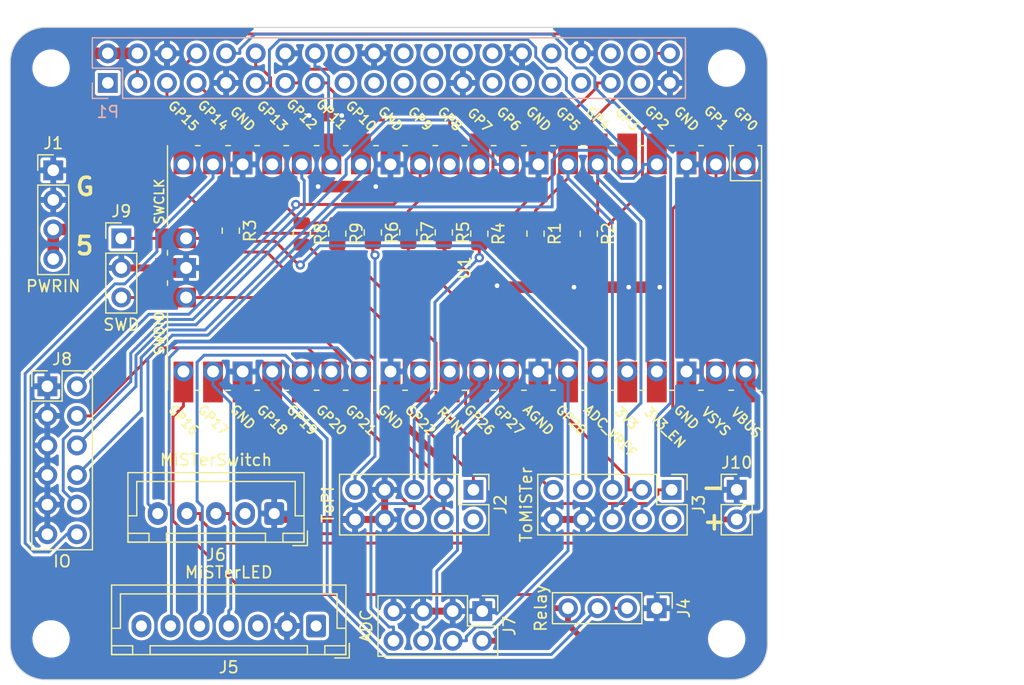
<source format=kicad_pcb>
(kicad_pcb (version 20221018) (generator pcbnew)
  (layers (0 "F.Cu" signal) (31 "B.Cu" signal) (34 "B.Paste" user) (35 "F.Paste" user) (36 "B.SilkS" user "B.Silkscreen") (37 "F.SilkS" user "F.Silkscreen") (38 "B.Mask" user) (39 "F.Mask" user) (44 "Edge.Cuts" user))
  (net 0 "")
  (net 1 "GND")
  (net 2 "/PWR")
  (net 3 "Net-(J2-Pin_9)")
  (net 4 "Net-(J2-Pin_5)")
  (net 5 "/SWCLK")
  (net 7 "/SWDIO")
  (net 8 "Net-(J2-Pin_1)")
  (net 9 "Net-(J3-Pin_9)")
  (net 10 "Net-(J3-Pin_3)")
  (net 12 "/RXD")
  (net 13 "/SCL")
  (net 14 "/SDA")
  (net 15 "/TXD")
  (net 16 "Net-(J3-Pin_1)")
  (net 17 "/RELAY1")
  (net 18 "/RELAY2")
  (net 19 "/VBUS")
  (net 22 "/LED_USER")
  (net 23 "/LED_DISK")
  (net 24 "/LED_PWR")
  (net 27 "/BTN_RESET")
  (net 28 "/BTN_OSD")
  (net 29 "/BTN_USER")
  (net 30 "/ADC2")
  (net 31 "/ADC1")
  (net 32 "/ADC0")
  (net 33 "/PWMIN1")
  (net 34 "/OUT1")
  (net 35 "/PWMOUT1")
  (net 36 "/PWMOUT2")
  (net 37 "/PWMOUT3")
  (net 38 "/PWMOUT4")
  (net 40 "Net-(P1-Pin_3)")
  (net 41 "Net-(P1-Pin_5)")
  (net 42 "Net-(P1-Pin_8)")
  (net 45 "/BTN1")
  (net 46 "/PCM_CLK")
  (net 47 "/BTN2")
  (net 60 "/PCM_FS")
  (net 64 "/PCM_DOUT")
  (net 65 "/BTN3")
  (net 66 "/BTN4")
  (net 67 "/BTN5")
  (net 69 "/OUT2")
  (footprint "Resistor_SMD:R_0805_2012Metric" (layer "F.Cu") (at 203.708 75.5415 -90)
    (fp_text reference "R3")
    (fp_text value "100")
  )
  (footprint "Connector_PinHeader_2.54mm:PinHeader_1x04_P2.54mm_Vertical" (layer "F.Cu") (at 188.468 70.358)
    (fp_text reference "J1")
    (fp_text value "PWRIN")
  )
  (footprint "Resistor_SMD:R_0805_2012Metric" (layer "F.Cu") (at 218.948 75.692 -90)
    (fp_text reference "R7")
    (fp_text value "47")
  )
  (footprint "MountingHole:MountingHole_2.7mm_M2.5" (layer "F.Cu") (at 188.28 61.585)
    (fp_text reference "MH1" hide)
    (fp_text value "MountingHole_2.7mm_M2.5" hide)
  )
  (footprint "Resistor_SMD:R_0805_2012Metric" (layer "F.Cu") (at 234.442 75.804 -90)
    (fp_text reference "R2")
    (fp_text value "100")
  )
  (footprint "Resistor_SMD:R_0805_2012Metric" (layer "F.Cu") (at 225.044 75.7955 -90)
    (fp_text reference "R4")
    (fp_text value "47")
  )
  (footprint "Connector_PinHeader_2.54mm:PinHeader_2x05_P2.54mm_Vertical" (layer "F.Cu") (at 224.536 97.79 -90)
    (fp_text reference "J2")
    (fp_text value "ToPi")
  )
  (footprint "Connector_PinHeader_2.54mm:PinHeader_2x04_P2.54mm_Vertical" (layer "F.Cu") (at 225.298 108.204 -90)
    (fp_text reference "J7")
    (fp_text value "ADC")
  )
  (footprint "Connector_PinHeader_2.54mm:PinHeader_2x05_P2.54mm_Vertical" (layer "F.Cu") (at 241.554 97.79 -90)
    (fp_text reference "J3")
    (fp_text value "ToMiSTer")
  )
  (footprint "Resistor_SMD:R_0805_2012Metric" (layer "F.Cu") (at 215.9 75.692 -90)
    (fp_text reference "R6")
    (fp_text value "47")
  )
  (footprint "Connector_PinHeader_2.54mm:PinHeader_1x03_P2.54mm_Vertical" (layer "F.Cu") (at 194.31 76.2)
    (fp_text reference "J9")
    (fp_text value "SWD")
  )
  (footprint "Connector_JST:JST_XH_B5B-XH-A_1x05_P2.50mm_Vertical" (layer "F.Cu") (at 207.438 99.822 180)
    (fp_text reference "J6")
    (fp_text value "MiSTerSwitch")
  )
  (footprint "MCU_RaspberryPi_and_Boards:RPi_Pico_SMD_TH_LOCAL" (layer "F.Cu") (at 223.774 78.74 -90)
    (fp_text reference "U1")
    (fp_text value "Pico")
  )
  (footprint "Connector_JST:JST_XH_B7B-XH-A_1x07_P2.50mm_Vertical" (layer "F.Cu") (at 211.034 109.474 180)
    (fp_text reference "J5")
    (fp_text value "MiSTerLED")
  )
  (footprint "Resistor_SMD:R_0805_2012Metric" (layer "F.Cu") (at 229.87 75.7955 -90)
    (fp_text reference "R1")
    (fp_text value "100")
  )
  (footprint "Resistor_SMD:R_0805_2012Metric" (layer "F.Cu") (at 212.852 75.7955 -90)
    (fp_text reference "R9")
    (fp_text value "47")
  )
  (footprint "Connector_PinHeader_2.54mm:PinHeader_1x04_P2.54mm_Vertical" (layer "F.Cu") (at 240.274 107.95 -90)
    (fp_text reference "J4")
    (fp_text value "Relay")
  )
  (footprint "MountingHole:MountingHole_2.7mm_M2.5" (layer "F.Cu") (at 188.28 110.585)
    (fp_text reference "MH3" hide)
    (fp_text value "MountingHole_2.7mm_M2.5" hide)
  )
  (footprint "Resistor_SMD:R_0805_2012Metric" (layer "F.Cu") (at 221.996 75.692 -90)
    (fp_text reference "R5")
    (fp_text value "47")
  )
  (footprint "Connector_PinHeader_2.54mm:PinHeader_1x02_P2.54mm_Vertical" (layer "F.Cu") (at 247.142 97.785)
    (fp_text reference "J10")
    (fp_text value "VBUS")
  )
  (footprint "Resistor_SMD:R_0805_2012Metric" (layer "F.Cu") (at 209.804 75.819 -90)
    (fp_text reference "R8")
    (fp_text value "47")
  )
  (footprint "MountingHole:MountingHole_2.7mm_M2.5" (layer "F.Cu") (at 246.28 110.585)
    (fp_text reference "MH4" hide)
    (fp_text value "MountingHole_2.7mm_M2.5" hide)
  )
  (footprint "MountingHole:MountingHole_2.7mm_M2.5" (layer "F.Cu") (at 246.28 61.585)
    (fp_text reference "MH2" hide)
    (fp_text value "MountingHole_2.7mm_M2.5" hide)
  )
  (footprint "Connector_PinHeader_2.54mm:PinHeader_2x06_P2.54mm_Vertical" (layer "F.Cu") (at 187.96 88.9)
    (fp_text reference "J8")
    (fp_text value "IO")
  )
  (footprint "Connector_PinSocket_2.54mm:PinSocket_2x20_P2.54mm_Vertical" (layer "B.Cu") (at 193.15 62.855 -90)
    (fp_text reference "P1")
    (fp_text value "~")
  )
  (gr_line (start 249.78 111.085) (end 249.78 61.085) (stroke (width 0.1)) (layer "Edge.Cuts"))
  (gr_line (start 246.78 58.085) (end 187.78 58.085) (stroke (width 0.1)) (layer "Edge.Cuts"))
  (gr_arc (start 187.78 114.085) (mid 185.65868 113.20632) (end 184.78 111.085) (stroke (width 0.1)) (layer "Edge.Cuts"))
  (gr_line (start 184.78 95.085) (end 184.78 111.085) (stroke (width 0.1)) (layer "Edge.Cuts"))
  (gr_arc (start 246.78 58.085) (mid 248.90132 58.96368) (end 249.78 61.085) (stroke (width 0.1)) (layer "Edge.Cuts"))
  (gr_arc (start 249.78 111.085) (mid 248.90132 113.20632) (end 246.78 114.085) (stroke (width 0.1)) (layer "Edge.Cuts"))
  (gr_line (start 184.78 61.085) (end 184.78 77.085) (stroke (width 0.1)) (layer "Edge.Cuts"))
  (gr_arc (start 184.78 61.085) (mid 185.65868 58.96368) (end 187.78 58.085) (stroke (width 0.1)) (layer "Edge.Cuts"))
  (gr_line (start 184.78 77.085) (end 184.78 95.085) (stroke (width 0.1)) (layer "Edge.Cuts"))
  (gr_line (start 187.78 114.085) (end 246.78 114.085) (stroke (width 0.1)) (layer "Edge.Cuts"))
  (gr_text "5" (at 190.246 77.724) (layer "F.SilkS") (effects (font (size 1.5 1.5) (thickness 0.3) bold) (justify left bottom)))
  (gr_text "G" (at 190.246 72.644) (layer "F.SilkS") (effects (font (size 1.5 1.5) (thickness 0.3) bold) (justify left bottom)))
  (gr_text "+" (at 244.094 101.346) (layer "F.SilkS") (effects (font (size 1.5 1.5) (thickness 0.3) bold) (justify left bottom)))
  (gr_text "-" (at 243.967 98.425) (layer "F.SilkS") (effects (font (size 1.5 1.5) (thickness 0.3) bold) (justify left bottom)))
  (segment (start 233.172 80.391) (end 237.871 80.391) (width 1) (layer "F.Cu") (net 1))
  (segment (start 237.871 80.391) (end 240.538 80.391) (width 1) (layer "F.Cu") (net 1))
  (segment (start 216.916 97.79) (end 216.916 100.33) (width 0.6) (layer "F.Cu") (net 1))
  (segment (start 194.31 78.74) (end 199.874 78.74) (width 0.6) (layer "F.Cu") (net 1))
  (segment (start 207.438 99.822) (end 207.946 100.33) (width 0.25) (layer "F.Cu") (net 1))
  (segment (start 221.996 97.79) (end 221.996 95.504) (width 0.6) (layer "F.Cu") (net 1))
  (segment (start 216.154 71.755) (end 211.201002 71.755) (width 1) (layer "F.Cu") (net 1))
  (segment (start 226.822 80.391) (end 226.695 80.391) (width 1) (layer "F.Cu") (net 1))
  (segment (start 214.376 100.33) (end 216.916 100.33) (width 0.6) (layer "F.Cu") (net 1))
  (segment (start 217.424 90.932) (end 217.424 87.63) (width 0.6) (layer "F.Cu") (net 1))
  (segment (start 220.218 108.204) (end 222.758 108.204) (width 0.6) (layer "F.Cu") (net 1))
  (segment (start 221.996 95.504) (end 217.424 90.932) (width 0.6) (layer "F.Cu") (net 1))
  (segment (start 226.695 80.391) (end 226.568 80.264) (width 1) (layer "F.Cu") (net 1))
  (segment (start 211.201002 71.755) (end 211.201001 71.755001) (width 0.25) (layer "F.Cu") (net 1))
  (segment (start 210.439 65.659) (end 213.233 65.659) (width 1) (layer "F.Cu") (net 1))
  (segment (start 226.949 80.391) (end 233.172 80.391) (width 1) (layer "F.Cu") (net 1))
  (segment (start 231.394 100.33) (end 233.934 100.33) (width 0.6) (layer "F.Cu") (net 1))
  (segment (start 207.946 100.33) (end 214.376 100.33) (width 0.6) (layer "F.Cu") (net 1))
  (segment (start 226.568 80.264) (end 226.949 80.391) (width 1) (layer "F.Cu") (net 1))
  (via (at 237.871 80.391) (size 0.8) (drill 0.4) (layers "F.Cu" "B.Cu") (net 1))
  (via (at 211.201001 71.755001) (size 0.8) (drill 0.4) (layers "F.Cu" "B.Cu") (net 1))
  (via (at 216.154 71.755) (size 0.8) (drill 0.4) (layers "F.Cu" "B.Cu") (net 1))
  (via (at 210.439 65.659) (size 0.8) (drill 0.4) (layers "F.Cu" "B.Cu") (net 1))
  (via (at 233.172 80.391) (size 0.8) (drill 0.4) (layers "F.Cu" "B.Cu") (net 1))
  (via (at 213.233 65.659) (size 0.8) (drill 0.4) (layers "F.Cu" "B.Cu") (net 1))
  (via (at 226.568 80.264) (size 0.8) (drill 0.4) (layers "F.Cu" "B.Cu") (net 1))
  (via (at 240.538 80.391) (size 0.8) (drill 0.4) (layers "F.Cu" "B.Cu") (net 1))
  (segment (start 189.738 75.438) (end 188.468 75.438) (width 1) (layer "F.Cu") (net 2))
  (segment (start 190.754 74.422) (end 189.738 75.438) (width 1) (layer "F.Cu") (net 2))
  (segment (start 188.468 77.978) (end 188.468 75.438) (width 1) (layer "F.Cu") (net 2))
  (segment (start 195.69 60.315) (end 193.15 60.315) (width 1) (layer "F.Cu") (net 2))
  (segment (start 190.754 60.315) (end 190.754 74.422) (width 1) (layer "F.Cu") (net 2))
  (segment (start 193.15 60.315) (end 190.754 60.315) (width 1) (layer "F.Cu") (net 2))
  (segment (start 215.9 77.4409) (end 216.0893 77.6302) (width 0.25) (layer "F.Cu") (net 3))
  (segment (start 215.9 76.6045) (end 215.9 77.4409) (width 0.25) (layer "F.Cu") (net 3))
  (via (at 216.0893 77.6302) (size 0.8) (drill 0.4) (layers "F.Cu" "B.Cu") (net 3))
  (segment (start 214.376 97.79) (end 214.376 96.6149) (width 0.25) (layer "B.Cu") (net 3))
  (segment (start 214.376 96.6149) (end 216.0893 94.9016) (width 0.25) (layer "B.Cu") (net 3))
  (segment (start 216.0893 94.9016) (end 216.0893 77.6302) (width 0.25) (layer "B.Cu") (net 3))
  (segment (start 225.044 77.8619) (end 225.044 76.708) (width 0.25) (layer "F.Cu") (net 4))
  (via (at 225.044 77.8619) (size 0.8) (drill 0.4) (layers "F.Cu" "B.Cu") (net 4))
  (segment (start 219.456 97.79) (end 219.456 90.8925) (width 0.25) (layer "B.Cu") (net 4))
  (segment (start 221.234 89.1145) (end 221.234 81.6719) (width 0.25) (layer "B.Cu") (net 4))
  (segment (start 219.456 90.8925) (end 221.234 89.1145) (width 0.25) (layer "B.Cu") (net 4))
  (segment (start 221.234 81.6719) (end 225.044 77.8619) (width 0.25) (layer "B.Cu") (net 4))
  (segment (start 202.2242 77.3751) (end 206.804 77.3751) (width 0.25) (layer "F.Cu") (net 5))
  (segment (start 216.0592 91.2183) (end 220.726 95.8851) (width 0.25) (layer "F.Cu") (net 5))
  (segment (start 220.726 98.2502) (end 221.6307 99.1549) (width 0.25) (layer "F.Cu") (net 5))
  (segment (start 206.804 77.3751) (end 216.0592 86.6303) (width 0.25) (layer "F.Cu") (net 5))
  (segment (start 201.0491 76.2) (end 202.2242 77.3751) (width 0.25) (layer "F.Cu") (net 5))
  (segment (start 194.31 76.2) (end 199.874 76.2) (width 0.25) (layer "F.Cu") (net 5))
  (segment (start 221.6307 99.1549) (end 221.996 99.1549) (width 0.25) (layer "F.Cu") (net 5))
  (segment (start 220.726 95.8851) (end 220.726 98.2502) (width 0.25) (layer "F.Cu") (net 5))
  (segment (start 216.0592 86.6303) (end 216.0592 91.2183) (width 0.25) (layer "F.Cu") (net 5))
  (segment (start 221.996 100.33) (end 221.996 99.1549) (width 0.25) (layer "F.Cu") (net 5))
  (segment (start 199.874 76.2) (end 201.0491 76.2) (width 0.25) (layer "F.Cu") (net 5))
  (segment (start 219.0907 99.1549) (end 219.456 99.1549) (width 0.25) (layer "F.Cu") (net 7))
  (segment (start 218.186 98.2502) (end 219.0907 99.1549) (width 0.25) (layer "F.Cu") (net 7))
  (segment (start 213.5192 86.6266) (end 213.5192 90.5931) (width 0.25) (layer "F.Cu") (net 7))
  (segment (start 219.456 100.33) (end 219.456 99.1549) (width 0.25) (layer "F.Cu") (net 7))
  (segment (start 194.31 81.28) (end 199.874 81.28) (width 0.25) (layer "F.Cu") (net 7))
  (segment (start 199.874 81.28) (end 208.1726 81.28) (width 0.25) (layer "F.Cu") (net 7))
  (segment (start 208.1726 81.28) (end 213.5192 86.6266) (width 0.25) (layer "F.Cu") (net 7))
  (segment (start 213.5192 90.5931) (end 218.186 95.2599) (width 0.25) (layer "F.Cu") (net 7))
  (segment (start 218.186 95.2599) (end 218.186 98.2502) (width 0.25) (layer "F.Cu") (net 7))
  (segment (start 218.5992 85.1018) (end 218.5992 90.6781) (width 0.25) (layer "F.Cu") (net 8))
  (segment (start 209.804 76.7315) (end 210.2289 76.7315) (width 0.25) (layer "F.Cu") (net 8))
  (segment (start 218.5992 90.6781) (end 224.536 96.6149) (width 0.25) (layer "F.Cu") (net 8))
  (segment (start 224.536 96.6149) (end 224.536 97.79) (width 0.25) (layer "F.Cu") (net 8))
  (segment (start 210.2289 76.7315) (end 218.5992 85.1018) (width 0.25) (layer "F.Cu") (net 8))
  (segment (start 223.8689 90.4146) (end 231.2443 97.79) (width 0.25) (layer "F.Cu") (net 9))
  (segment (start 223.8689 82.1369) (end 223.8689 90.4146) (width 0.25) (layer "F.Cu") (net 9))
  (segment (start 231.2443 97.79) (end 231.394 97.79) (width 0.25) (layer "F.Cu") (net 9))
  (segment (start 218.948 76.6045) (end 218.948 77.216) (width 0.25) (layer "F.Cu") (net 9))
  (segment (start 218.948 77.216) (end 223.8689 82.1369) (width 0.25) (layer "F.Cu") (net 9))
  (segment (start 221.996 76.6045) (end 221.996 77.1125) (width 0.25) (layer "F.Cu") (net 10))
  (segment (start 237.8389 96.8155) (end 237.8389 97.79) (width 0.25) (layer "F.Cu") (net 10))
  (segment (start 231.3418 86.4583) (end 231.3418 90.3184) (width 0.25) (layer "F.Cu") (net 10))
  (segment (start 221.996 77.1125) (end 231.3418 86.4583) (width 0.25) (layer "F.Cu") (net 10))
  (segment (start 231.3418 90.3184) (end 237.8389 96.8155) (width 0.25) (layer "F.Cu") (net 10))
  (segment (start 237.8389 97.79) (end 239.014 97.79) (width 0.25) (layer "F.Cu") (net 10))
  (segment (start 240.1891 98.3471) (end 240.1891 91.6103) (width 0.25) (layer "B.Cu") (net 12))
  (segment (start 204.4851 59.9497) (end 204.4851 60.315) (width 0.25) (layer "B.Cu") (net 12))
  (segment (start 205.7615 58.6733) (end 204.4851 59.9497) (width 0.25) (layer "B.Cu") (net 12))
  (segment (start 234.9652 63.2455) (end 234.9652 62.3293) (width 0.25) (layer "B.Cu") (net 12))
  (segment (start 239.014 100.33) (end 239.014 99.1549) (width 0.25) (layer "B.Cu") (net 12))
  (segment (start 241.4691 90.3303) (end 241.4691 69.3541) (width 0.25) (layer "B.Cu") (net 12))
  (segment (start 234.2065 61.5706) (end 233.352 61.5706) (width 0.25) (layer "B.Cu") (net 12))
  (segment (start 239.014 99.1549) (end 239.3813 99.1549) (width 0.25) (layer "B.Cu") (net 12))
  (segment (start 240.1891 91.6103) (end 241.4691 90.3303) (width 0.25) (layer "B.Cu") (net 12))
  (segment (start 236.6408 64.5258) (end 236.2455 64.5258) (width 0.25) (layer "B.Cu") (net 12))
  (segment (start 241.4691 69.3541) (end 236.6408 64.5258) (width 0.25) (layer "B.Cu") (net 12))
  (segment (start 239.3813 99.1549) (end 240.1891 98.3471) (width 0.25) (layer "B.Cu") (net 12))
  (segment (start 203.31 60.315) (end 204.4851 60.315) (width 0.25) (layer "B.Cu") (net 12))
  (segment (start 234.9652 62.3293) (end 234.2065 61.5706) (width 0.25) (layer "B.Cu") (net 12))
  (segment (start 236.2455 64.5258) (end 234.9652 63.2455) (width 0.25) (layer "B.Cu") (net 12))
  (segment (start 232.52 60.7386) (end 232.52 59.9101) (width 0.25) (layer "B.Cu") (net 12))
  (segment (start 232.52 59.9101) (end 231.2832 58.6733) (width 0.25) (layer "B.Cu") (net 12))
  (segment (start 233.352 61.5706) (end 232.52 60.7386) (width 0.25) (layer "B.Cu") (net 12))
  (segment (start 231.2832 58.6733) (end 205.7615 58.6733) (width 0.25) (layer "B.Cu") (net 12))
  (segment (start 232.664 69.85) (end 232.664 71.0251) (width 0.25) (layer "F.Cu") (net 13))
  (segment (start 229.87 73.8191) (end 229.87 74.883) (width 0.25) (layer "F.Cu") (net 13))
  (segment (start 232.664 71.0251) (end 229.87 73.8191) (width 0.25) (layer "F.Cu") (net 13))
  (segment (start 236.474 97.79) (end 236.474 74.8351) (width 0.25) (layer "B.Cu") (net 13))
  (segment (start 232.664 69.85) (end 232.664 71.0251) (width 0.25) (layer "B.Cu") (net 13))
  (segment (start 236.474 74.8351) (end 232.664 71.0251) (width 0.25) (layer "B.Cu") (net 13))
  (segment (start 235.204 74.1295) (end 235.204 69.85) (width 0.25) (layer "F.Cu") (net 14))
  (segment (start 234.442 74.8915) (end 235.204 74.1295) (width 0.25) (layer "F.Cu") (net 14))
  (segment (start 238.9206 90.3388) (end 238.9206 74.7417) (width 0.25) (layer "B.Cu") (net 14))
  (segment (start 236.8413 99.1549) (end 237.6491 98.3471) (width 0.25) (layer "B.Cu") (net 14))
  (segment (start 237.6491 91.6103) (end 238.9206 90.3388) (width 0.25) (layer "B.Cu") (net 14))
  (segment (start 235.204 69.85) (end 235.204 71.0251) (width 0.25) (layer "B.Cu") (net 14))
  (segment (start 238.9206 74.7417) (end 235.204 71.0251) (width 0.25) (layer "B.Cu") (net 14))
  (segment (start 237.6491 98.3471) (end 237.6491 91.6103) (width 0.25) (layer "B.Cu") (net 14))
  (segment (start 236.474 99.1549) (end 236.8413 99.1549) (width 0.25) (layer "B.Cu") (net 14))
  (segment (start 236.474 100.33) (end 236.474 99.1549) (width 0.25) (layer "B.Cu") (net 14))
  (segment (start 207.518 76.454) (end 203.708 76.454) (width 0.25) (layer "F.Cu") (net 15))
  (segment (start 209.677 78.486) (end 209.55 78.486) (width 0.25) (layer "F.Cu") (net 15))
  (segment (start 209.55 78.486) (end 207.518 76.454) (width 0.25) (layer "F.Cu") (net 15))
  (via (at 209.677 78.486) (size 0.8) (drill 0.4) (layers "F.Cu" "B.Cu") (net 15))
  (segment (start 211.328 76.835) (end 225.0495 76.835) (width 0.25) (layer "B.Cu") (net 15))
  (segment (start 233.934 85.7195) (end 225.0495 76.835) (width 0.25) (layer "B.Cu") (net 15))
  (segment (start 209.677 78.486) (end 211.328 76.835) (width 0.25) (layer "B.Cu") (net 15))
  (segment (start 233.934 97.79) (end 233.934 85.7195) (width 0.25) (layer "B.Cu") (net 15))
  (segment (start 240.3789 98.1573) (end 240.3789 97.79) (width 0.25) (layer "F.Cu") (net 16))
  (segment (start 229.8794 98.9651) (end 239.5711 98.9651) (width 0.25) (layer "F.Cu") (net 16))
  (segment (start 241.554 97.79) (end 240.3789 97.79) (width 0.25) (layer "F.Cu") (net 16))
  (segment (start 221.3289 85.1849) (end 221.3289 90.4146) (width 0.25) (layer "F.Cu") (net 16))
  (segment (start 239.5711 98.9651) (end 240.3789 98.1573) (width 0.25) (layer "F.Cu") (net 16))
  (segment (start 212.852 76.708) (end 221.3289 85.1849) (width 0.25) (layer "F.Cu") (net 16))
  (segment (start 221.3289 90.4146) (end 229.8794 98.9651) (width 0.25) (layer "F.Cu") (net 16))
  (segment (start 205.0841 106.7749) (end 198.7477 100.4385) (width 0.25) (layer "F.Cu") (net 17))
  (segment (start 198.7477 100.4385) (end 198.7477 91.5014) (width 0.25) (layer "F.Cu") (net 17))
  (segment (start 236.5589 107.5827) (end 235.7511 106.7749) (width 0.25) (layer "F.Cu") (net 17))
  (segment (start 237.734 107.95) (end 236.5589 107.95) (width 0.25) (layer "F.Cu") (net 17))
  (segment (start 236.5589 107.95) (end 236.5589 107.5827) (width 0.25) (layer "F.Cu") (net 17))
  (segment (start 198.7477 91.5014) (end 199.644 90.6051) (width 0.25) (layer "F.Cu") (net 17))
  (segment (start 199.644 87.63) (end 199.644 90.6051) (width 0.25) (layer "F.Cu") (net 17))
  (segment (start 235.7511 106.7749) (end 205.0841 106.7749) (width 0.25) (layer "F.Cu") (net 17))
  (segment (start 211.9832 93.39651) (end 207.264 88.67731) (width 0.25) (layer "B.Cu") (net 18))
  (segment (start 207.264 88.67731) (end 207.264 87.63) (width 0.25) (layer "B.Cu") (net 18))
  (segment (start 231.2236 111.9204) (end 217.18 111.9204) (width 0.25) (layer "B.Cu") (net 18))
  (segment (start 235.194 107.95) (end 231.2236 111.9204) (width 0.25) (layer "B.Cu") (net 18))
  (segment (start 211.9832 106.7236) (end 211.9832 93.39651) (width 0.25) (layer "B.Cu") (net 18))
  (segment (start 217.18 111.9204) (end 211.9832 106.7236) (width 0.25) (layer "B.Cu") (net 18))
  (segment (start 232.654 109.337) (end 233.68 110.363) (width 0.5) (layer "F.Cu") (net 19))
  (segment (start 225.298 110.744) (end 226.4731 110.744) (width 0.5) (layer "F.Cu") (net 19))
  (segment (start 242.316 103.7434) (end 245.7344 100.325) (width 0.5) (layer "F.Cu") (net 19))
  (segment (start 241.427 110.363) (end 242.316 109.474) (width 0.5) (layer "F.Cu") (net 19))
  (segment (start 245.7344 100.325) (end 247.142 100.325) (width 0.5) (layer "F.Cu") (net 19))
  (segment (start 242.316 109.474) (end 242.316 103.7434) (width 0.5) (layer "F.Cu") (net 19))
  (segment (start 233.68 110.363) (end 241.427 110.363) (width 0.5) (layer "F.Cu") (net 19))
  (segment (start 226.4731 110.744) (end 229.2671 107.95) (width 0.5) (layer "F.Cu") (net 19))
  (segment (start 232.654 107.95) (end 232.654 109.337) (width 0.5) (layer "F.Cu") (net 19))
  (segment (start 229.2671 107.95) (end 232.654 107.95) (width 0.5) (layer "F.Cu") (net 19))
  (segment (start 248.92 89.8211) (end 248.92 99.314) (width 0.5) (layer "B.Cu") (net 19))
  (segment (start 248.3172 89.2183) (end 248.92 89.8211) (width 0.5) (layer "B.Cu") (net 19))
  (segment (start 248.92 99.314) (end 248.153 99.314) (width 0.5) (layer "B.Cu") (net 19))
  (segment (start 247.904 87.63) (end 247.904 88.8051) (width 0.25) (layer "B.Cu") (net 19))
  (segment (start 248.153 99.314) (end 247.142 100.325) (width 0.5) (layer "B.Cu") (net 19))
  (segment (start 247.904 88.8051) (end 248.3172 89.2183) (width 0.25) (layer "B.Cu") (net 19))
  (segment (start 203.534 109.474) (end 203.534 108.1739) (width 0.25) (layer "B.Cu") (net 22))
  (segment (start 202.184 88.8051) (end 202.184 87.63) (width 0.25) (layer "B.Cu") (net 22))
  (segment (start 203.708 90.3291) (end 202.184 88.8051) (width 0.25) (layer "B.Cu") (net 22))
  (segment (start 203.708 107.9999) (end 203.708 90.3291) (width 0.25) (layer "B.Cu") (net 22))
  (segment (start 203.534 108.1739) (end 203.708 107.9999) (width 0.25) (layer "B.Cu") (net 22))
  (segment (start 208.407 86.233) (end 209.804 87.63) (width 0.25) (layer "B.Cu") (net 23))
  (segment (start 201.263 108.27) (end 201.263 99.210299) (width 0.25) (layer "B.Cu") (net 23))
  (segment (start 201.263 99.210299) (end 200.819 98.766299) (width 0.25) (layer "B.Cu") (net 23))
  (segment (start 200.819 98.766299) (end 200.819 86.836) (width 0.25) (layer "B.Cu") (net 23))
  (segment (start 201.422 86.233) (end 208.407 86.233) (width 0.25) (layer "B.Cu") (net 23))
  (segment (start 201.034 108.499) (end 201.263 108.27) (width 0.25) (layer "B.Cu") (net 23))
  (segment (start 201.034 109.474) (end 201.034 108.499) (width 0.25) (layer "B.Cu") (net 23))
  (segment (start 200.819 86.836) (end 201.422 86.233) (width 0.25) (layer "B.Cu") (net 23))
  (segment (start 198.613 109.395) (end 198.534 109.474) (width 0.25) (layer "B.Cu") (net 24))
  (segment (start 198.418351 99.01565) (end 198.613 99.210299) (width 0.25) (layer "B.Cu") (net 24))
  (segment (start 198.613 99.210299) (end 198.613 109.395) (width 0.25) (layer "B.Cu") (net 24))
  (segment (start 214.884 87.63) (end 212.852 85.598) (width 0.25) (layer "B.Cu") (net 24))
  (segment (start 198.418351 86.442649) (end 198.418351 99.01565) (width 0.25) (layer "B.Cu") (net 24))
  (segment (start 199.263 85.598) (end 198.418351 86.442649) (width 0.25) (layer "B.Cu") (net 24))
  (segment (start 212.852 85.598) (end 199.263 85.598) (width 0.25) (layer "B.Cu") (net 24))
  (segment (start 202.438 99.822) (end 203.6131 99.822) (width 0.25) (layer "F.Cu") (net 27))
  (segment (start 242.7591 100.7889) (end 242.7591 96.8354) (width 0.25) (layer "F.Cu") (net 27))
  (segment (start 203.6131 99.822) (end 203.6131 100.3361) (width 0.25) (layer "F.Cu") (net 27))
  (segment (start 247.904 69.85) (end 247.904 66.8749) (width 0.25) (layer "F.Cu") (net 27))
  (segment (start 241.9939 101.5541) (end 242.7591 100.7889) (width 0.25) (layer "F.Cu") (net 27))
  (segment (start 242.7591 96.8354) (end 241.6488 95.7251) (width 0.25) (layer "F.Cu") (net 27))
  (segment (start 241.6488 95.7251) (end 241.6488 73.6706) (width 0.25) (layer "F.Cu") (net 27))
  (segment (start 203.6131 100.3361) (end 204.8311 101.5541) (width 0.25) (layer "F.Cu") (net 27))
  (segment (start 241.6488 73.6706) (end 243.9992 71.3202) (width 0.25) (layer "F.Cu") (net 27))
  (segment (start 243.9992 67.2365) (end 244.3608 66.8749) (width 0.25) (layer "F.Cu") (net 27))
  (segment (start 204.8311 101.5541) (end 241.9939 101.5541) (width 0.25) (layer "F.Cu") (net 27))
  (segment (start 244.3608 66.8749) (end 247.904 66.8749) (width 0.25) (layer "F.Cu") (net 27))
  (segment (start 243.9992 71.3202) (end 243.9992 67.2365) (width 0.25) (layer "F.Cu") (net 27))
  (segment (start 203.139 102.362) (end 242.2598 102.362) (width 0.25) (layer "F.Cu") (net 28))
  (segment (start 244.1889 100.4329) (end 244.1889 72.2002) (width 0.25) (layer "F.Cu") (net 28))
  (segment (start 201.1131 100.3361) (end 203.139 102.362) (width 0.25) (layer "F.Cu") (net 28))
  (segment (start 244.1889 72.2002) (end 245.364 71.0251) (width 0.25) (layer "F.Cu") (net 28))
  (segment (start 199.938 99.822) (end 201.1131 99.822) (width 0.25) (layer "F.Cu") (net 28))
  (segment (start 242.2598 102.362) (end 244.1889 100.4329) (width 0.25) (layer "F.Cu") (net 28))
  (segment (start 201.1131 99.822) (end 201.1131 100.3361) (width 0.25) (layer "F.Cu") (net 28))
  (segment (start 245.364 71.0251) (end 245.364 69.85) (width 0.25) (layer "F.Cu") (net 28))
  (segment (start 239.1089 69.85) (end 240.284 69.85) (width 0.25) (layer "B.Cu") (net 29))
  (segment (start 231.2992 73.5008) (end 231.2992 69.5021) (width 0.25) (layer "B.Cu") (net 29))
  (segment (start 239.1089 70.2152) (end 239.1089 69.85) (width 0.25) (layer "B.Cu") (net 29))
  (segment (start 196.596 98.98) (end 196.596 86.741) (width 0.25) (layer "B.Cu") (net 29))
  (segment (start 232.1615 68.6398) (end 235.6674 68.6398) (width 0.25) (layer "B.Cu") (net 29))
  (segment (start 197.290189 85.792811) (end 197.416499 85.792811) (width 0.25) (layer "B.Cu") (net 29))
  (segment (start 236.474 70.2706) (end 237.254 71.0506) (width 0.25) (layer "B.Cu") (net 29))
  (segment (start 238.2735 71.0506) (end 239.1089 70.2152) (width 0.25) (layer "B.Cu") (net 29))
  (segment (start 231.2992 69.5021) (end 232.1615 68.6398) (width 0.25) (layer "B.Cu") (net 29))
  (segment (start 196.469 86.614) (end 197.290189 85.792811) (width 0.25) (layer "B.Cu") (net 29))
  (segment (start 237.254 71.0506) (end 238.2735 71.0506) (width 0.25) (layer "B.Cu") (net 29))
  (segment (start 235.6674 68.6398) (end 236.474 69.4464) (width 0.25) (layer "B.Cu") (net 29))
  (segment (start 212.75651 73.5008) (end 231.2992 73.5008) (width 0.25) (layer "B.Cu") (net 29))
  (segment (start 236.474 69.4464) (end 236.474 70.2706) (width 0.25) (layer "B.Cu") (net 29))
  (segment (start 196.596 86.741) (end 196.469 86.614) (width 0.25) (layer "B.Cu") (net 29))
  (segment (start 201.743811 84.513499) (end 212.75651 73.5008) (width 0.25) (layer "B.Cu") (net 29))
  (segment (start 198.695811 84.513499) (end 201.743811 84.513499) (width 0.25) (layer "B.Cu") (net 29))
  (segment (start 197.416499 85.792811) (end 198.695811 84.513499) (width 0.25) (layer "B.Cu") (net 29))
  (segment (start 197.438 99.822) (end 196.596 98.98) (width 0.25) (layer "B.Cu") (net 29))
  (segment (start 222.758 110.744) (end 223.9331 110.744) (width 0.25) (layer "B.Cu") (net 30))
  (segment (start 223.9331 110.3767) (end 224.7409 109.5689) (width 0.25) (layer "B.Cu") (net 30))
  (segment (start 226.1187 109.5689) (end 232.664 103.0236) (width 0.25) (layer "B.Cu") (net 30))
  (segment (start 224.7409 109.5689) (end 226.1187 109.5689) (width 0.25) (layer "B.Cu") (net 30))
  (segment (start 232.664 103.0236) (end 232.664 87.63) (width 0.25) (layer "B.Cu") (net 30))
  (segment (start 223.9331 110.744) (end 223.9331 110.3767) (width 0.25) (layer "B.Cu") (net 30))
  (segment (start 220.218 110.744) (end 220.218 109.5689) (width 0.25) (layer "B.Cu") (net 31))
  (segment (start 223.1712 102.9754) (end 223.1712 93.2179) (width 0.25) (layer "B.Cu") (net 31))
  (segment (start 223.1712 93.2179) (end 227.584 88.8051) (width 0.25) (layer "B.Cu") (net 31))
  (segment (start 221.3931 108.7611) (end 221.3931 104.7535) (width 0.25) (layer "B.Cu") (net 31))
  (segment (start 220.5853 109.5689) (end 221.3931 108.7611) (width 0.25) (layer "B.Cu") (net 31))
  (segment (start 221.3931 104.7535) (end 223.1712 102.9754) (width 0.25) (layer "B.Cu") (net 31))
  (segment (start 227.584 87.63) (end 227.584 88.8051) (width 0.25) (layer "B.Cu") (net 31))
  (segment (start 220.218 109.5689) (end 220.5853 109.5689) (width 0.25) (layer "B.Cu") (net 31))
  (segment (start 217.3108 109.5689) (end 215.7408 107.9989) (width 0.25) (layer "B.Cu") (net 32))
  (segment (start 215.7408 107.9989) (end 215.7408 99.8154) (width 0.25) (layer "B.Cu") (net 32))
  (segment (start 215.7408 99.8154) (end 216.591 98.9652) (width 0.25) (layer "B.Cu") (net 32))
  (segment (start 225.044 87.63) (end 225.044 88.8051) (width 0.25) (layer "B.Cu") (net 32))
  (segment (start 220.726 93.1231) (end 225.044 88.8051) (width 0.25) (layer "B.Cu") (net 32))
  (segment (start 217.678 110.744) (end 217.678 109.5689) (width 0.25) (layer "B.Cu") (net 32))
  (segment (start 219.9817 98.9652) (end 220.726 98.2209) (width 0.25) (layer "B.Cu") (net 32))
  (segment (start 216.591 98.9652) (end 219.9817 98.9652) (width 0.25) (layer "B.Cu") (net 32))
  (segment (start 220.726 98.2209) (end 220.726 93.1231) (width 0.25) (layer "B.Cu") (net 32))
  (segment (start 217.678 109.5689) (end 217.3108 109.5689) (width 0.25) (layer "B.Cu") (net 32))
  (segment (start 219.964 69.85) (end 219.964 71.0251) (width 0.25) (layer "F.Cu") (net 33))
  (segment (start 209.2893 73.2915) (end 217.6976 73.2915) (width 0.25) (layer "F.Cu") (net 33))
  (segment (start 217.6976 73.2915) (end 219.964 71.0251) (width 0.25) (layer "F.Cu") (net 33))
  (via (at 209.2893 73.2915) (size 0.8) (drill 0.4) (layers "F.Cu" "B.Cu") (net 33))
  (segment (start 190.5 88.9) (end 196.684505 82.715495) (width 0.25) (layer "B.Cu") (net 33))
  (segment (start 209.2893 73.53625) (end 209.2893 73.2915) (width 0.25) (layer "B.Cu") (net 33))
  (segment (start 200.110055 82.715495) (end 209.2893 73.53625) (width 0.25) (layer "B.Cu") (net 33))
  (segment (start 196.684505 82.715495) (end 200.110055 82.715495) (width 0.25) (layer "B.Cu") (net 33))
  (segment (start 210.312 85.598) (end 212.344 87.63) (width 0.25) (layer "F.Cu") (net 34))
  (segment (start 197.5171 85.598) (end 210.312 85.598) (width 0.25) (layer "F.Cu") (net 34))
  (segment (start 190.5 91.44) (end 191.6751 91.44) (width 0.25) (layer "F.Cu") (net 34))
  (segment (start 191.6751 91.44) (end 197.5171 85.598) (width 0.25) (layer "F.Cu") (net 34))
  (segment (start 195.569998 86.241622) (end 195.569998 88.910002) (width 0.25) (layer "B.Cu") (net 35))
  (segment (start 195.569998 88.910002) (end 190.5 93.98) (width 0.25) (layer "B.Cu") (net 35))
  (segment (start 226.4089 69.85) (end 226.4089 69.553199) (width 0.25) (layer "B.Cu") (net 35))
  (segment (start 217.0274 66.04) (end 213.614 69.4534) (width 0.25) (layer "B.Cu") (net 35))
  (segment (start 213.614 70.726919) (end 200.726422 83.614497) (width 0.25) (layer "B.Cu") (net 35))
  (segment (start 200.726422 83.614497) (end 198.197123 83.614497) (width 0.25) (layer "B.Cu") (net 35))
  (segment (start 226.4089 69.553199) (end 222.895701 66.04) (width 0.25) (layer "B.Cu") (net 35))
  (segment (start 213.614 69.4534) (end 213.614 70.726919) (width 0.25) (layer "B.Cu") (net 35))
  (segment (start 227.584 69.85) (end 226.4089 69.85) (width 0.25) (layer "B.Cu") (net 35))
  (segment (start 198.197123 83.614497) (end 195.569998 86.241622) (width 0.25) (layer "B.Cu") (net 35))
  (segment (start 222.895701 66.04) (end 217.0274 66.04) (width 0.25) (layer "B.Cu") (net 35))
  (segment (start 201.503802 84.063998) (end 214.884 70.6838) (width 0.25) (layer "B.Cu") (net 36))
  (segment (start 190.5 96.52) (end 196.019499 91.000501) (width 0.25) (layer "B.Cu") (net 36))
  (segment (start 196.019499 86.427811) (end 198.383312 84.063998) (width 0.25) (layer "B.Cu") (net 36))
  (segment (start 196.019499 91.000501) (end 196.019499 86.427811) (width 0.25) (layer "B.Cu") (net 36))
  (segment (start 214.884 70.6838) (end 214.884 69.85) (width 0.25) (layer "B.Cu") (net 36))
  (segment (start 198.383312 84.063998) (end 201.503802 84.063998) (width 0.25) (layer "B.Cu") (net 36))
  (segment (start 195.120497 86.055433) (end 198.010934 83.164996) (width 0.25) (layer "B.Cu") (net 37))
  (segment (start 189.3248 93.4543) (end 190.0691 92.71) (width 0.25) (layer "B.Cu") (net 37))
  (segment (start 190.9168 92.71) (end 195.120497 88.506303) (width 0.25) (layer "B.Cu") (net 37))
  (segment (start 195.120497 88.506303) (end 195.120497 86.055433) (width 0.25) (layer "B.Cu") (net 37))
  (segment (start 210.0178 71.2389) (end 209.804 71.0251) (width 0.25) (layer "B.Cu") (net 37))
  (segment (start 200.461804 83.164996) (end 210.0178 73.609) (width 0.25) (layer "B.Cu") (net 37))
  (segment (start 190.0691 92.71) (end 190.9168 92.71) (width 0.25) (layer "B.Cu") (net 37))
  (segment (start 209.804 71.0251) (end 209.804 69.85) (width 0.25) (layer "B.Cu") (net 37))
  (segment (start 198.010934 83.164996) (end 200.461804 83.164996) (width 0.25) (layer "B.Cu") (net 37))
  (segment (start 210.0178 73.609) (end 210.0178 71.2389) (width 0.25) (layer "B.Cu") (net 37))
  (segment (start 189.3248 97.8848) (end 189.3248 93.4543) (width 0.25) (layer "B.Cu") (net 37))
  (segment (start 190.5 99.06) (end 189.3248 97.8848) (width 0.25) (layer "B.Cu") (net 37))
  (segment (start 197.3703 77.3417) (end 197.3703 75.8388) (width 0.25) (layer "B.Cu") (net 38))
  (segment (start 194.6072 80.1048) (end 197.3703 77.3417) (width 0.25) (layer "B.Cu") (net 38))
  (segment (start 190.5 101.6) (end 189.621701 101.6) (width 0.25) (layer "B.Cu") (net 38))
  (segment (start 193.7611 80.1048) (end 194.6072 80.1048) (width 0.25) (layer "B.Cu") (net 38))
  (segment (start 186.055 102.362) (end 186.055 87.8109) (width 0.25) (layer "B.Cu") (net 38))
  (segment (start 186.055 87.8109) (end 193.7611 80.1048) (width 0.25) (layer "B.Cu") (net 38))
  (segment (start 186.817 103.124) (end 186.055 102.362) (width 0.25) (layer "B.Cu") (net 38))
  (segment (start 202.184 71.0251) (end 202.184 69.85) (width 0.25) (layer "B.Cu") (net 38))
  (segment (start 188.097701 103.124) (end 186.817 103.124) (width 0.25) (layer "B.Cu") (net 38))
  (segment (start 197.3703 75.8388) (end 202.184 71.0251) (width 0.25) (layer "B.Cu") (net 38))
  (segment (start 189.621701 101.6) (end 188.097701 103.124) (width 0.25) (layer "B.Cu") (net 38))
  (segment (start 242.6292 63.2978) (end 242.6292 59.8519) (width 0.25) (layer "F.Cu") (net 40))
  (segment (start 196.0552 61.6799) (end 195.69 61.6799) (width 0.25) (layer "F.Cu") (net 40))
  (segment (start 196.96 59.8571) (end 196.96 60.7751) (width 0.25) (layer "F.Cu") (net 40))
  (segment (start 196.96 60.7751) (end 196.0552 61.6799) (width 0.25) (layer "F.Cu") (net 40))
  (segment (start 239.0522 66.8748) (end 242.6292 63.2978) (width 0.25) (layer "F.Cu") (net 40))
  (segment (start 198.1654 58.6517) (end 196.96 59.8571) (width 0.25) (layer "F.Cu") (net 40))
  (segment (start 234.442 76.7165) (end 239.0522 72.1063) (width 0.25) (layer "F.Cu") (net 40))
  (segment (start 241.429 58.6517) (end 198.1654 58.6517) (width 0.25) (layer "F.Cu") (net 40))
  (segment (start 195.69 62.855) (end 195.69 61.6799) (width 0.25) (layer "F.Cu") (net 40))
  (segment (start 239.0522 72.1063) (end 239.0522 66.8748) (width 0.25) (layer "F.Cu") (net 40))
  (segment (start 242.6292 59.8519) (end 241.429 58.6517) (width 0.25) (layer "F.Cu") (net 40))
  (segment (start 198.23 70.7019) (end 202.9957 75.4676) (width 0.25) (layer "F.Cu") (net 41))
  (segment (start 229.87 76.708) (end 229.0445 75.8825) (width 0.25) (layer "F.Cu") (net 41))
  (segment (start 198.23 62.855) (end 198.23 70.7019) (width 0.25) (layer "F.Cu") (net 41))
  (segment (start 228.9278 75.7658) (end 229.0445 75.8825) (width 0.25) (layer "F.Cu") (net 41))
  (segment (start 204.7783 75.7658) (end 228.9278 75.7658) (width 0.25) (layer "F.Cu") (net 41))
  (segment (start 204.4801 75.4676) (end 204.7783 75.7658) (width 0.25) (layer "F.Cu") (net 41))
  (segment (start 202.9957 75.4676) (end 204.4801 75.4676) (width 0.25) (layer "F.Cu") (net 41))
  (segment (start 203.708 74.629) (end 203.5488 74.4698) (width 0.25) (layer "F.Cu") (net 42))
  (segment (start 203.5488 66.5882) (end 202.0843 65.1237) (width 0.25) (layer "F.Cu") (net 42))
  (segment (start 199.517 61.568) (end 200.77 60.315) (width 0.25) (layer "F.Cu") (net 42))
  (segment (start 199.517 63.453701) (end 199.517 61.568) (width 0.25) (layer "F.Cu") (net 42))
  (segment (start 203.5488 74.4698) (end 203.5488 66.5882) (width 0.25) (layer "F.Cu") (net 42))
  (segment (start 202.0843 65.1237) (end 201.186999 65.1237) (width 0.25) (layer "F.Cu") (net 42))
  (segment (start 201.186999 65.1237) (end 199.517 63.453701) (width 0.25) (layer "F.Cu") (net 42))
  (segment (start 207.0251 62.855) (end 207.0251 60.018198) (width 0.25) (layer "B.Cu") (net 45))
  (segment (start 229.8851 60.6142) (end 230.87 61.5991) (width 0.25) (layer "B.Cu") (net 45))
  (segment (start 207.0251 60.018198) (end 207.903299 59.14) (width 0.25) (layer "B.Cu") (net 45))
  (segment (start 210.693 59.1379) (end 229.2068 59.1379) (width 0.25) (layer "B.Cu") (net 45))
  (segment (start 205.85 62.855) (end 207.0251 62.855) (width 0.25) (layer "B.Cu") (net 45))
  (segment (start 229.8851 59.8162) (end 229.8851 60.6142) (width 0.25) (layer "B.Cu") (net 45))
  (segment (start 231.6879 61.5991) (end 232.52 62.4312) (width 0.25) (layer "B.Cu") (net 45))
  (segment (start 207.903299 59.14) (end 210.6909 59.14) (width 0.25) (layer "B.Cu") (net 45))
  (segment (start 210.6909 59.14) (end 210.693 59.1379) (width 0.25) (layer "B.Cu") (net 45))
  (segment (start 230.87 61.5991) (end 231.6879 61.5991) (width 0.25) (layer "B.Cu") (net 45))
  (segment (start 232.52 63.4509) (end 237.744 68.6749) (width 0.25) (layer "B.Cu") (net 45))
  (segment (start 229.2068 59.1379) (end 229.8851 59.8162) (width 0.25) (layer "B.Cu") (net 45))
  (segment (start 237.744 69.85) (end 237.744 68.6749) (width 0.25) (layer "B.Cu") (net 45))
  (segment (start 232.52 62.4312) (end 232.52 63.4509) (width 0.25) (layer "B.Cu") (net 45))
  (segment (start 208.4392 73.467) (end 208.4392 66.3986) (width 0.25) (layer "F.Cu") (net 46))
  (segment (start 206.2152 61.4901) (end 205.85 61.4901) (width 0.25) (layer "F.Cu") (net 46))
  (segment (start 207.12 65.0794) (end 207.12 62.3949) (width 0.25) (layer "F.Cu") (net 46))
  (segment (start 209.804 74.8318) (end 208.4392 73.467) (width 0.25) (layer "F.Cu") (net 46))
  (segment (start 208.4392 66.3986) (end 207.12 65.0794) (width 0.25) (layer "F.Cu") (net 46))
  (segment (start 212.852 74.883) (end 209.8275 74.883) (width 0.25) (layer "F.Cu") (net 46))
  (segment (start 207.12 62.3949) (end 206.2152 61.4901) (width 0.25) (layer "F.Cu") (net 46))
  (segment (start 209.804 74.9065) (end 209.804 74.8318) (width 0.25) (layer "F.Cu") (net 46))
  (segment (start 205.85 61.4901) (end 205.85 60.315) (width 0.25) (layer "F.Cu") (net 46))
  (segment (start 209.8275 74.883) (end 209.804 74.9065) (width 0.25) (layer "F.Cu") (net 46))
  (segment (start 209.5651 62.4878) (end 210.3731 61.6798) (width 0.25) (layer "F.Cu") (net 47))
  (segment (start 209.5651 62.855) (end 209.5651 62.4878) (width 0.25) (layer "F.Cu") (net 47))
  (segment (start 210.3731 61.6798) (end 213.9957 61.6798) (width 0.25) (layer "F.Cu") (net 47))
  (segment (start 208.39 62.855) (end 209.5651 62.855) (width 0.25) (layer "F.Cu") (net 47))
  (segment (start 216.865 65.4525) (end 223.6216 65.4525) (width 0.25) (layer "F.Cu") (net 47))
  (segment (start 213.9957 61.6798) (end 214.74 62.4241) (width 0.25) (layer "F.Cu") (net 47))
  (segment (start 223.6216 65.4525) (end 225.044 66.8749) (width 0.25) (layer "F.Cu") (net 47))
  (segment (start 214.74 63.3275) (end 216.865 65.4525) (width 0.25) (layer "F.Cu") (net 47))
  (segment (start 225.044 69.85) (end 225.044 66.8749) (width 0.25) (layer "F.Cu") (net 47))
  (segment (start 214.74 62.4241) (end 214.74 63.3275) (width 0.25) (layer "F.Cu") (net 47))
  (segment (start 226.2192 70.8657) (end 225.1649 71.92) (width 0.25) (layer "F.Cu") (net 60))
  (segment (start 225.1649 71.92) (end 220.895 71.92) (width 0.25) (layer "F.Cu") (net 60))
  (segment (start 226.2192 67.2488) (end 226.2192 70.8657) (width 0.25) (layer "F.Cu") (net 60))
  (segment (start 233.446 64.9291) (end 228.5389 64.9291) (width 0.25) (layer "F.Cu") (net 60))
  (segment (start 218.948 73.867) (end 218.948 74.7795) (width 0.25) (layer "F.Cu") (net 60))
  (segment (start 218.8445 74.676) (end 218.948 74.7795) (width 0.25) (layer "F.Cu") (net 60))
  (segment (start 235.1549 63.2202) (end 233.446 64.9291) (width 0.25) (layer "F.Cu") (net 60))
  (segment (start 216.0035 74.676) (end 218.8445 74.676) (width 0.25) (layer "F.Cu") (net 60))
  (segment (start 215.9 74.7795) (end 216.0035 74.676) (width 0.25) (layer "F.Cu") (net 60))
  (segment (start 235.1549 62.855) (end 235.1549 63.2202) (width 0.25) (layer "F.Cu") (net 60))
  (segment (start 228.5389 64.9291) (end 226.2192 67.2488) (width 0.25) (layer "F.Cu") (net 60))
  (segment (start 236.33 62.855) (end 235.1549 62.855) (width 0.25) (layer "F.Cu") (net 60))
  (segment (start 220.895 71.92) (end 218.948 73.867) (width 0.25) (layer "F.Cu") (net 60))
  (segment (start 231.4888 67.0655) (end 231.4888 70.6464) (width 0.25) (layer "F.Cu") (net 64))
  (segment (start 224.9405 74.7795) (end 225.044 74.883) (width 0.25) (layer "F.Cu") (net 64))
  (segment (start 238.534 61.4901) (end 237.6 62.4241) (width 0.25) (layer "F.Cu") (net 64))
  (segment (start 237.6 62.4241) (end 237.6 63.2554) (width 0.25) (layer "F.Cu") (net 64))
  (segment (start 221.996 74.7795) (end 224.9405 74.7795) (width 0.25) (layer "F.Cu") (net 64))
  (segment (start 231.6794 66.8749) (end 231.4888 67.0655) (width 0.25) (layer "F.Cu") (net 64))
  (segment (start 240.2349 60.6823) (end 239.4271 61.4901) (width 0.25) (layer "F.Cu") (net 64))
  (segment (start 240.2349 60.315) (end 240.2349 60.6823) (width 0.25) (layer "F.Cu") (net 64))
  (segment (start 237.6 63.2554) (end 233.9805 66.8749) (width 0.25) (layer "F.Cu") (net 64))
  (segment (start 233.9805 66.8749) (end 231.6794 66.8749) (width 0.25) (layer "F.Cu") (net 64))
  (segment (start 231.4888 70.6464) (end 227.2522 74.883) (width 0.25) (layer "F.Cu") (net 64))
  (segment (start 239.4271 61.4901) (end 238.534 61.4901) (width 0.25) (layer "F.Cu") (net 64))
  (segment (start 241.41 60.315) (end 240.2349 60.315) (width 0.25) (layer "F.Cu") (net 64))
  (segment (start 227.2522 74.883) (end 225.044 74.883) (width 0.25) (layer "F.Cu") (net 64))
  (segment (start 212.1051 62.855) (end 210.93 62.855) (width 0.25) (layer "F.Cu") (net 65))
  (segment (start 212.1051 63.2223) (end 212.1051 62.855) (width 0.25) (layer "F.Cu") (net 65))
  (segment (start 214.9228 66.04) (end 212.1051 63.2223) (width 0.25) (layer "F.Cu") (net 65))
  (segment (start 222.504 69.85) (end 222.504 66.04) (width 0.25) (layer "F.Cu") (net 65))
  (segment (start 222.504 66.04) (end 214.9228 66.04) (width 0.25) (layer "F.Cu") (net 65))
  (segment (start 212.1051 68.436) (end 212.344 68.6749) (width 0.25) (layer "B.Cu") (net 66))
  (segment (start 210.93 61.4901) (end 211.2973 61.4901) (width 0.25) (layer "B.Cu") (net 66))
  (segment (start 212.1051 62.2979) (end 212.1051 68.436) (width 0.25) (layer "B.Cu") (net 66))
  (segment (start 210.93 60.315) (end 210.93 61.4901) (width 0.25) (layer "B.Cu") (net 66))
  (segment (start 211.2973 61.4901) (end 212.1051 62.2979) (width 0.25) (layer "B.Cu") (net 66))
  (segment (start 212.344 69.85) (end 212.344 68.6749) (width 0.25) (layer "B.Cu") (net 66))
  (segment (start 207.264 68.072) (end 207.264 69.85) (width 0.25) (layer "F.Cu") (net 67))
  (segment (start 203.222 64.03) (end 207.264 68.072) (width 0.25) (layer "F.Cu") (net 67))
  (segment (start 200.77 62.855) (end 201.945 64.03) (width 0.25) (layer "F.Cu") (net 67))
  (segment (start 201.945 64.03) (end 203.222 64.03) (width 0.25) (layer "F.Cu") (net 67))
  (zone (net 1) (net_name "GND") (layer "B.Cu") (connect_pads (clearance 0.254)) (min_thickness 0.254) (fill yes (thermal_gap 0.254) (thermal_bridge_width 0.508))
    (polygon (pts (xy 183.896 57.404) (xy 184.404 114.554) (xy 250.444 114.554) (xy 250.444 57.658)))
  )
)
</source>
